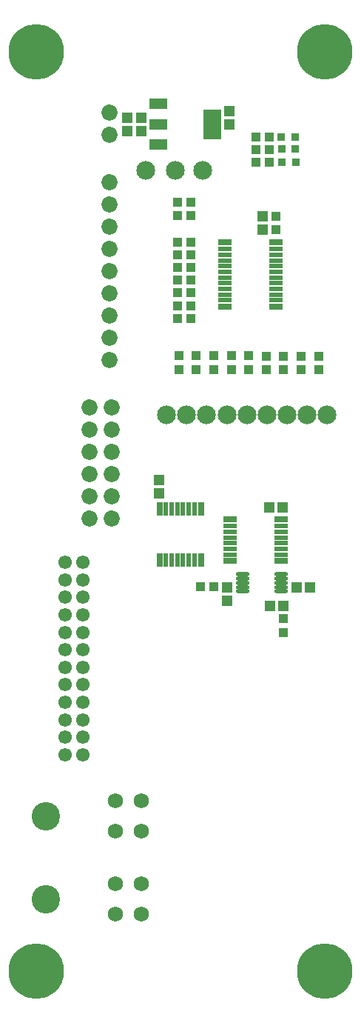
<source format=gts>
G04*
G04 #@! TF.GenerationSoftware,Altium Limited,Altium Designer,20.2.6 (244)*
G04*
G04 Layer_Color=8388736*
%FSLAX25Y25*%
%MOIN*%
G70*
G04*
G04 #@! TF.SameCoordinates,B08247AD-C9F3-431D-B4F2-3EC6C1185143*
G04*
G04*
G04 #@! TF.FilePolarity,Negative*
G04*
G01*
G75*
%ADD30R,0.04724X0.04528*%
%ADD31R,0.03937X0.04134*%
%ADD32R,0.04528X0.04724*%
%ADD33R,0.04134X0.03937*%
%ADD34R,0.05906X0.02953*%
%ADD35R,0.05906X0.02165*%
%ADD36O,0.06299X0.01772*%
%ADD37C,0.08465*%
%ADD38R,0.07874X0.13189*%
%ADD39R,0.07874X0.04528*%
%ADD40R,0.03740X0.03740*%
%ADD41R,0.02953X0.05906*%
%ADD42R,0.02165X0.05906*%
%ADD43C,0.07284*%
%ADD44C,0.06890*%
%ADD45C,0.12795*%
%ADD46C,0.06102*%
%ADD47C,0.25000*%
D30*
X128898Y181968D02*
D03*
X122992D02*
D03*
X135118Y190315D02*
D03*
X141024D02*
D03*
X122835Y226299D02*
D03*
X128740D02*
D03*
D31*
X97697Y190433D02*
D03*
X91594D02*
D03*
X87382Y345630D02*
D03*
X81279D02*
D03*
Y328465D02*
D03*
X87382D02*
D03*
X81279Y334173D02*
D03*
X87382D02*
D03*
X81279Y316850D02*
D03*
X87382D02*
D03*
X81279Y339921D02*
D03*
X87382D02*
D03*
X81279Y311142D02*
D03*
X87382D02*
D03*
Y322756D02*
D03*
X81279D02*
D03*
X122736Y393071D02*
D03*
X116634D02*
D03*
X116673Y387362D02*
D03*
X122776D02*
D03*
X116713Y381614D02*
D03*
X122815D02*
D03*
D32*
X103543Y184331D02*
D03*
Y190236D02*
D03*
X119685Y357185D02*
D03*
Y351279D02*
D03*
X64882Y401457D02*
D03*
Y395551D02*
D03*
X58780Y395551D02*
D03*
Y401457D02*
D03*
X73110Y232559D02*
D03*
Y238465D02*
D03*
X104685Y404646D02*
D03*
Y398740D02*
D03*
D33*
X129055Y176142D02*
D03*
Y170039D02*
D03*
X81457Y357441D02*
D03*
Y363543D02*
D03*
X125591Y357283D02*
D03*
Y351181D02*
D03*
X87244Y357441D02*
D03*
Y363543D02*
D03*
X113386Y294488D02*
D03*
X105512D02*
D03*
X97638D02*
D03*
X89764D02*
D03*
X81890D02*
D03*
Y288386D02*
D03*
X89764D02*
D03*
X97638D02*
D03*
X105512D02*
D03*
X113386D02*
D03*
X121260Y288248D02*
D03*
Y294350D02*
D03*
X129134Y288248D02*
D03*
Y294350D02*
D03*
X137008Y288248D02*
D03*
Y294350D02*
D03*
X144882D02*
D03*
Y288248D02*
D03*
D34*
X128169Y202106D02*
D03*
X105138Y220807D02*
D03*
X128169D02*
D03*
X105138Y202106D02*
D03*
X102618Y345492D02*
D03*
Y316555D02*
D03*
X125650Y345492D02*
D03*
Y316555D02*
D03*
D35*
X128169Y205059D02*
D03*
Y207618D02*
D03*
Y210177D02*
D03*
Y212736D02*
D03*
Y215295D02*
D03*
Y217854D02*
D03*
X105138Y205059D02*
D03*
Y207618D02*
D03*
Y210177D02*
D03*
Y212736D02*
D03*
Y215295D02*
D03*
Y217854D02*
D03*
X125650Y319508D02*
D03*
Y322067D02*
D03*
Y327185D02*
D03*
Y329744D02*
D03*
X102618Y339980D02*
D03*
Y342539D02*
D03*
Y337421D02*
D03*
Y334862D02*
D03*
Y322067D02*
D03*
Y332303D02*
D03*
Y329744D02*
D03*
Y327185D02*
D03*
Y324626D02*
D03*
Y319508D02*
D03*
X125650Y342539D02*
D03*
Y339980D02*
D03*
Y337421D02*
D03*
Y334862D02*
D03*
Y332303D02*
D03*
Y324626D02*
D03*
D36*
X128071Y188425D02*
D03*
Y190394D02*
D03*
Y192362D02*
D03*
Y194331D02*
D03*
Y196299D02*
D03*
X110748Y188425D02*
D03*
Y190394D02*
D03*
Y192362D02*
D03*
Y194331D02*
D03*
Y196299D02*
D03*
D37*
X92520Y377953D02*
D03*
X66929D02*
D03*
X80276Y377795D02*
D03*
X85433Y267795D02*
D03*
X121575Y267795D02*
D03*
X130748D02*
D03*
X103543Y267795D02*
D03*
X112598D02*
D03*
X76378Y267795D02*
D03*
X94488D02*
D03*
X139764Y267795D02*
D03*
X148819D02*
D03*
D38*
X96909Y398701D02*
D03*
D39*
X72697Y389646D02*
D03*
Y398701D02*
D03*
Y407756D02*
D03*
D40*
X128504Y381614D02*
D03*
X134803D02*
D03*
X128189Y387559D02*
D03*
X134488D02*
D03*
X128150Y393071D02*
D03*
X134449D02*
D03*
D41*
X91890Y225630D02*
D03*
X73189Y202599D02*
D03*
Y225630D02*
D03*
X91890Y202599D02*
D03*
D42*
X88937Y225630D02*
D03*
X86378D02*
D03*
X83819D02*
D03*
X81260D02*
D03*
X78701D02*
D03*
X76142D02*
D03*
X88937Y202599D02*
D03*
X86378D02*
D03*
X83819D02*
D03*
X81260D02*
D03*
X78701D02*
D03*
X76142D02*
D03*
D43*
X50748Y372559D02*
D03*
Y362559D02*
D03*
Y352559D02*
D03*
Y342559D02*
D03*
Y332559D02*
D03*
Y322559D02*
D03*
Y312559D02*
D03*
Y302559D02*
D03*
Y292559D02*
D03*
X41653Y271142D02*
D03*
Y261142D02*
D03*
Y251142D02*
D03*
Y241142D02*
D03*
Y231142D02*
D03*
X51653Y261142D02*
D03*
Y221142D02*
D03*
Y231142D02*
D03*
Y241142D02*
D03*
Y251142D02*
D03*
Y271142D02*
D03*
X41653Y221142D02*
D03*
X50748Y393819D02*
D03*
Y403819D02*
D03*
D44*
X53189Y56890D02*
D03*
Y43110D02*
D03*
X65000D02*
D03*
Y56890D02*
D03*
X53189Y94291D02*
D03*
Y80512D02*
D03*
X65000D02*
D03*
Y94291D02*
D03*
D45*
X22047Y50000D02*
D03*
X22047Y87402D02*
D03*
D46*
X38583Y114961D02*
D03*
Y122835D02*
D03*
Y130709D02*
D03*
Y138583D02*
D03*
Y146457D02*
D03*
Y154331D02*
D03*
Y162205D02*
D03*
Y170079D02*
D03*
Y177953D02*
D03*
Y185827D02*
D03*
Y193701D02*
D03*
Y201575D02*
D03*
X30709Y201575D02*
D03*
Y193701D02*
D03*
Y185827D02*
D03*
Y177953D02*
D03*
Y170079D02*
D03*
Y162205D02*
D03*
Y154331D02*
D03*
Y146457D02*
D03*
Y138583D02*
D03*
Y130709D02*
D03*
Y114961D02*
D03*
Y122835D02*
D03*
D47*
X17717Y431102D02*
D03*
X147638D02*
D03*
Y17717D02*
D03*
X17717D02*
D03*
M02*

</source>
